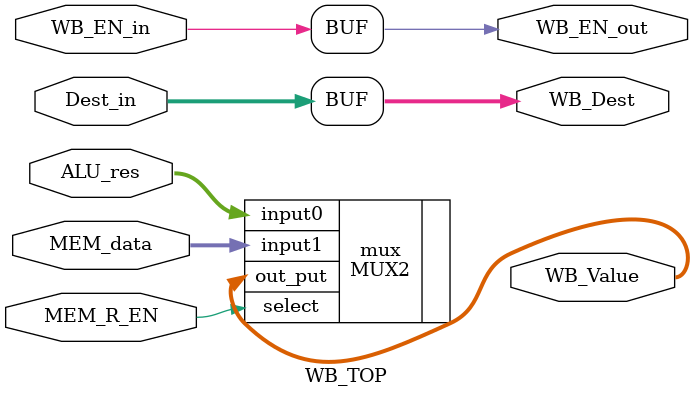
<source format=v>
module WB_TOP(WB_EN_in, MEM_R_EN, ALU_res, MEM_data, Dest_in, WB_Dest, WB_Value, WB_EN_out);
    input WB_EN_in, MEM_R_EN;
    input[31:0] ALU_res, MEM_data;
    input[3:0] Dest_in;

    output[31:0] WB_Value;
    output[3:0] WB_Dest;
    output WB_EN_out;

    assign WB_EN_out = WB_EN_in;
    assign WB_Dest = Dest_in;
    MUX2 #(.WIDTH(32)) mux(.input0(ALU_res), .input1(MEM_data), .select(MEM_R_EN), .out_put(WB_Value));

endmodule
</source>
